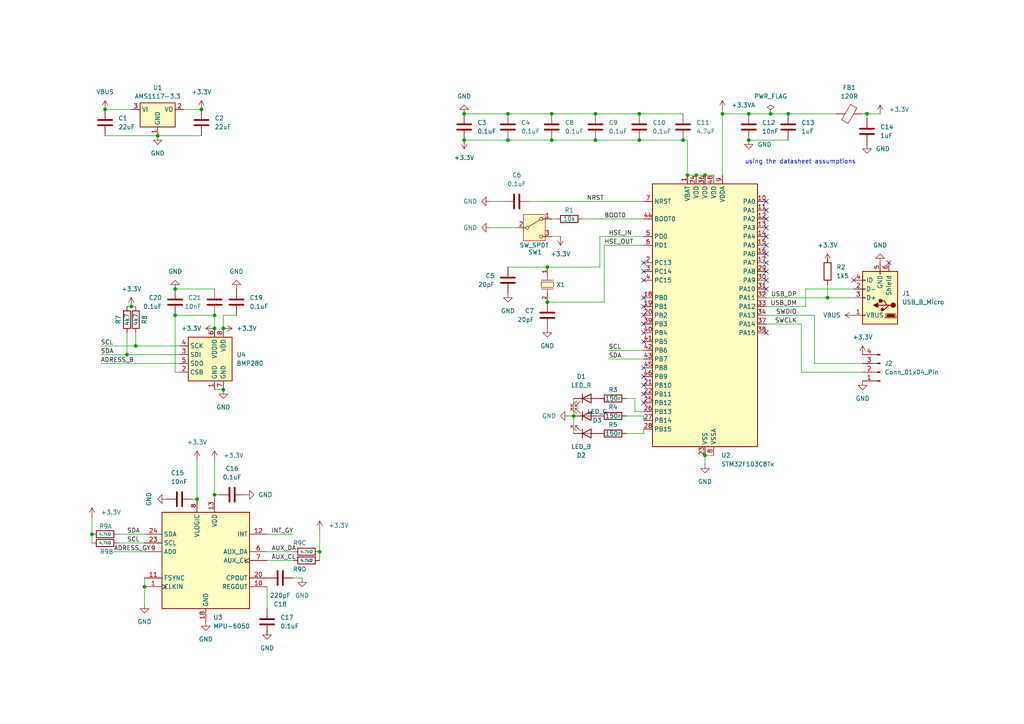
<source format=kicad_sch>
(kicad_sch (version 20250114) (generator "eeschema") (generator_version "9.0")
  (paper "A4")
  (lib_symbols
    (symbol "Connector:Conn_01x04_Pin" (pin_names (offset 1.016) (hide yes))
      (property "Reference" "J" (at 0 5.08 0))
      (property "Value" "Conn_01x04_Pin" (at 0 -7.62 0))
      (symbol "Conn_01x04_Pin_1_1"
        (rectangle (start 0.8636 2.667) (end 0 2.413) (stroke (width 0.1524)) (fill (type outline)))
        (rectangle (start 0.8636 0.127) (end 0 -0.127) (stroke (width 0.1524)) (fill (type outline)))
        (rectangle (start 0.8636 -2.413) (end 0 -2.667) (stroke (width 0.1524)) (fill (type outline)))
        (rectangle (start 0.8636 -4.953) (end 0 -5.207) (stroke (width 0.1524)) (fill (type outline)))
        (polyline (pts (xy 1.27 2.54) (xy 0.8636 2.54)) (stroke (width 0.1524)))
        (polyline (pts (xy 1.27 0) (xy 0.8636 0)) (stroke (width 0.1524)))
        (polyline (pts (xy 1.27 -2.54) (xy 0.8636 -2.54)) (stroke (width 0.1524)))
        (polyline (pts (xy 1.27 -5.08) (xy 0.8636 -5.08)) (stroke (width 0.1524)))
        (pin passive line (at 5.08 2.54 180) (length 3.81) (name "Pin_1") (number "1"))
        (pin passive line (at 5.08 0 180) (length 3.81) (name "Pin_2") (number "2"))
        (pin passive line (at 5.08 -2.54 180) (length 3.81) (name "Pin_3") (number "3"))
        (pin passive line (at 5.08 -5.08 180) (length 3.81) (name "Pin_4") (number "4"))
      )
    )
    (symbol "Connector:USB_B_Micro" (pin_names (offset 1.016))
      (property "Reference" "J" (at -5.08 11.43 0))
      (property "Value" "USB_B_Micro" (at -5.08 8.89 0))
      (symbol "USB_B_Micro_0_1"
        (rectangle (start -5.08 -7.62) (end 5.08 7.62) (stroke (width 0.254)) (fill (type background)))
        (polyline (pts (xy -4.699 5.842) (xy -4.699 5.588) (xy -4.445 4.826) (xy -4.445 4.572) (xy -1.651 4.572) (xy -1.651 4.826) (xy -1.397 5.588) (xy -1.397 5.842) (xy -4.699 5.842)))
        (polyline (pts (xy -4.318 5.588) (xy -1.778 5.588) (xy -2.032 4.826) (xy -4.064 4.826) (xy -4.318 5.588)) (fill (type outline)))
        (circle (center -3.81 2.159) (radius 0.635) (stroke (width 0.254)) (fill (type outline)))
        (polyline (pts (xy -3.175 2.159) (xy -2.54 2.159) (xy -1.27 3.429) (xy -0.635 3.429)) (stroke (width 0.254)))
        (polyline (pts (xy -2.54 2.159) (xy -1.905 2.159) (xy -1.27 0.889) (xy 0 0.889)) (stroke (width 0.254)))
        (polyline (pts (xy -1.905 2.159) (xy 0.635 2.159)) (stroke (width 0.254)))
        (circle (center -0.635 3.429) (radius 0.381) (stroke (width 0.254)) (fill (type outline)))
        (rectangle (start -0.127 -7.62) (end 0.127 -6.858))
        (rectangle (start 0.254 1.27) (end -0.508 0.508) (stroke (width 0.254)) (fill (type outline)))
        (polyline (pts (xy 0.635 2.794) (xy 0.635 1.524) (xy 1.905 2.159) (xy 0.635 2.794)) (stroke (width 0.254)) (fill (type outline)))
        (rectangle (start 5.08 4.953) (end 4.318 5.207))
        (rectangle (start 5.08 -0.127) (end 4.318 0.127))
        (rectangle (start 5.08 -2.667) (end 4.318 -2.413))
        (rectangle (start 5.08 -5.207) (end 4.318 -4.953))
      )
      (symbol "USB_B_Micro_1_1"
        (pin passive line (at -2.54 -10.16 90) (length 2.54) (name "Shield") (number "6"))
        (pin power_out line (at 0 -10.16 90) (length 2.54) (name "GND") (number "5"))
        (pin power_out line (at 7.62 5.08 180) (length 2.54) (name "VBUS") (number "1"))
        (pin bidirectional line (at 7.62 0 180) (length 2.54) (name "D+") (number "3"))
        (pin bidirectional line (at 7.62 -2.54 180) (length 2.54) (name "D-") (number "2"))
        (pin passive line (at 7.62 -5.08 180) (length 2.54) (name "ID") (number "4"))
      )
    )
    (symbol "Device:C" (pin_numbers (hide yes)) (pin_names (offset 0.254))
      (property "Reference" "C" (at 0.635 2.54 0))
      (property "Value" "C" (at 0.635 -2.54 0))
      (symbol "C_0_1"
        (polyline (pts (xy -2.032 0.762) (xy 2.032 0.762)) (stroke (width 0.508)))
        (polyline (pts (xy -2.032 -0.762) (xy 2.032 -0.762)) (stroke (width 0.508)))
      )
      (symbol "C_1_1"
        (pin passive line (at 0 3.81 270) (length 2.794) (name "~") (number "1"))
        (pin passive line (at 0 -3.81 90) (length 2.794) (name "~") (number "2"))
      )
    )
    (symbol "Device:FerriteBead" (pin_numbers (hide yes)) (pin_names (offset 0))
      (property "Reference" "FB" (at -3.81 0.635 90))
      (property "Value" "FerriteBead" (at 3.81 0 90))
      (symbol "FerriteBead_0_1"
        (polyline (pts (xy -2.7686 0.4064) (xy -1.7018 2.2606) (xy 2.7686 -0.3048) (xy 1.6764 -2.159) (xy -2.7686 0.4064)))
        (polyline (pts (xy 0 1.27) (xy 0 1.2954)))
        (polyline (pts (xy 0 -1.27) (xy 0 -1.2192)))
      )
      (symbol "FerriteBead_1_1"
        (pin passive line (at 0 3.81 270) (length 2.54) (name "~") (number "1"))
        (pin passive line (at 0 -3.81 90) (length 2.54) (name "~") (number "2"))
      )
    )
    (symbol "Device:LED" (pin_numbers (hide yes)) (pin_names (offset 1.016) (hide yes))
      (property "Reference" "D" (at 0 2.54 0))
      (property "Value" "LED" (at 0 -2.54 0))
      (symbol "LED_0_1"
        (polyline (pts (xy -3.048 -0.762) (xy -4.572 -2.286) (xy -3.81 -2.286) (xy -4.572 -2.286) (xy -4.572 -1.524)))
        (polyline (pts (xy -1.778 -0.762) (xy -3.302 -2.286) (xy -2.54 -2.286) (xy -3.302 -2.286) (xy -3.302 -1.524)))
        (polyline (pts (xy -1.27 0) (xy 1.27 0)))
        (polyline (pts (xy -1.27 -1.27) (xy -1.27 1.27)) (stroke (width 0.254)))
        (polyline (pts (xy 1.27 -1.27) (xy 1.27 1.27) (xy -1.27 0) (xy 1.27 -1.27)) (stroke (width 0.254)))
      )
      (symbol "LED_1_1"
        (pin passive line (at -3.81 0 0) (length 2.54) (name "K") (number "1"))
        (pin passive line (at 3.81 0 180) (length 2.54) (name "A") (number "2"))
      )
    )
    (symbol "Device:R" (pin_numbers (hide yes)) (pin_names (offset 0))
      (property "Reference" "R" (at 2.032 0 90))
      (property "Value" "R" (at 0 0 90))
      (symbol "R_0_1"
        (rectangle (start -1.016 -2.54) (end 1.016 2.54) (stroke (width 0.254)))
      )
      (symbol "R_1_1"
        (pin passive line (at 0 3.81 270) (length 1.27) (name "~") (number "1"))
        (pin passive line (at 0 -3.81 90) (length 1.27) (name "~") (number "2"))
      )
    )
    (symbol "JLCPCB-Crystals:Crystal, 8MHz, 20pF, ±10ppm"
      (property "Reference" "X" (at 0 3.5 0))
      (symbol "Crystal, 8MHz, 20pF, ±10ppm_0_1"
        (polyline (pts (xy -2.54 0) (xy -1.27 0)))
        (polyline (pts (xy -1.27 -1.778) (xy -1.27 1.778)))
        (polyline (pts (xy 1.27 -1.778) (xy 1.27 1.778)))
        (pin passive line (at -5.08 0 0) (length 2.54) (name "") (number "1"))
        (pin passive line (at 5.08 0 180) (length 2.54) (name "") (number "2"))
      )
      (symbol "Crystal, 8MHz, 20pF, ±10ppm_1_1"
        (polyline (pts (xy 0.762 1.778) (xy 0.762 -1.778) (xy -0.762 -1.778) (xy -0.762 1.778) (xy 0.762 1.778)) (fill (type background)))
        (polyline (pts (xy 2.54 0) (xy 1.27 0)))
      )
    )
    (symbol "JLCPCB-Resistors:0603x4,4.7kΩ" (pin_numbers (hide yes)) (pin_names (offset 0))
      (property "Reference" "R" (at 1.778 0 0))
      (property "Value" "4.7kΩ" (at 0 0 90))
      (symbol "0603x4,4.7kΩ_0_1"
        (rectangle (start -1.016 2.54) (end 1.016 -2.54) (stroke (width 0.254)))
      )
      (symbol "0603x4,4.7kΩ_1_1"
        (pin passive line (at 0 3.81 270) (length 1.27) (name "~") (number "1"))
        (pin passive line (at 0 -3.81 90) (length 1.27) (name "~") (number "8"))
      )
      (symbol "0603x4,4.7kΩ_2_1"
        (pin passive line (at 0 3.81 270) (length 1.27) (name "~") (number "2"))
        (pin passive line (at 0 -3.81 90) (length 1.27) (name "~") (number "7"))
      )
      (symbol "0603x4,4.7kΩ_3_1"
        (pin passive line (at 0 3.81 270) (length 1.27) (name "~") (number "3"))
        (pin passive line (at 0 -3.81 90) (length 1.27) (name "~") (number "6"))
      )
      (symbol "0603x4,4.7kΩ_4_1"
        (pin passive line (at 0 3.81 270) (length 1.27) (name "~") (number "4"))
        (pin passive line (at 0 -3.81 90) (length 1.27) (name "~") (number "5"))
      )
    )
    (symbol "MCU_ST_STM32F1:STM32F103C8Tx"
      (property "Reference" "U" (at -15.24 39.37 0))
      (property "Value" "STM32F103C8Tx" (at 7.62 39.37 0))
      (symbol "STM32F103C8Tx_0_1"
        (rectangle (start -15.24 -38.1) (end 15.24 38.1) (stroke (width 0.254)) (fill (type background)))
      )
      (symbol "STM32F103C8Tx_1_1"
        (pin input line (at -17.78 33.02 0) (length 2.54) (name "NRST") (number "7"))
        (pin input line (at -17.78 27.94 0) (length 2.54) (name "BOOT0") (number "44"))
        (pin bidirectional line (at -17.78 22.86 0) (length 2.54) (name "PD0") (number "5"))
        (pin bidirectional line (at -17.78 20.32 0) (length 2.54) (name "PD1") (number "6"))
        (pin bidirectional line (at -17.78 15.24 0) (length 2.54) (name "PC13") (number "2"))
        (pin bidirectional line (at -17.78 12.7 0) (length 2.54) (name "PC14") (number "3"))
        (pin bidirectional line (at -17.78 10.16 0) (length 2.54) (name "PC15") (number "4"))
        (pin bidirectional line (at -17.78 5.08 0) (length 2.54) (name "PB0") (number "18"))
        (pin bidirectional line (at -17.78 2.54 0) (length 2.54) (name "PB1") (number "19"))
        (pin bidirectional line (at -17.78 0 0) (length 2.54) (name "PB2") (number "20"))
        (pin bidirectional line (at -17.78 -2.54 0) (length 2.54) (name "PB3") (number "39"))
        (pin bidirectional line (at -17.78 -5.08 0) (length 2.54) (name "PB4") (number "40"))
        (pin bidirectional line (at -17.78 -7.62 0) (length 2.54) (name "PB5") (number "41"))
        (pin bidirectional line (at -17.78 -10.16 0) (length 2.54) (name "PB6") (number "42"))
        (pin bidirectional line (at -17.78 -12.7 0) (length 2.54) (name "PB7") (number "43"))
        (pin bidirectional line (at -17.78 -15.24 0) (length 2.54) (name "PB8") (number "45"))
        (pin bidirectional line (at -17.78 -17.78 0) (length 2.54) (name "PB9") (number "46"))
        (pin bidirectional line (at -17.78 -20.32 0) (length 2.54) (name "PB10") (number "21"))
        (pin bidirectional line (at -17.78 -22.86 0) (length 2.54) (name "PB11") (number "22"))
        (pin bidirectional line (at -17.78 -25.4 0) (length 2.54) (name "PB12") (number "25"))
        (pin bidirectional line (at -17.78 -27.94 0) (length 2.54) (name "PB13") (number "26"))
        (pin bidirectional line (at -17.78 -30.48 0) (length 2.54) (name "PB14") (number "27"))
        (pin bidirectional line (at -17.78 -33.02 0) (length 2.54) (name "PB15") (number "28"))
        (pin power_in line (at -5.08 40.64 270) (length 2.54) (name "VBAT") (number "1"))
        (pin power_in line (at -2.54 40.64 270) (length 2.54) (name "VDD") (number "24"))
        (pin power_in line (at 0 40.64 270) (length 2.54) (name "VDD") (number "36"))
        (pin power_in line (at 0 -40.64 90) (length 2.54) (name "VSS") (number "23"))
        (pin passive line (at 0 -40.64 90) (length 2.54) (hide yes) (name "VSS") (number "35"))
        (pin passive line (at 0 -40.64 90) (length 2.54) (hide yes) (name "VSS") (number "47"))
        (pin power_in line (at 2.54 40.64 270) (length 2.54) (name "VDD") (number "48"))
        (pin power_in line (at 2.54 -40.64 90) (length 2.54) (name "VSSA") (number "8"))
        (pin power_in line (at 5.08 40.64 270) (length 2.54) (name "VDDA") (number "9"))
        (pin bidirectional line (at 17.78 33.02 180) (length 2.54) (name "PA0") (number "10"))
        (pin bidirectional line (at 17.78 30.48 180) (length 2.54) (name "PA1") (number "11"))
        (pin bidirectional line (at 17.78 27.94 180) (length 2.54) (name "PA2") (number "12"))
        (pin bidirectional line (at 17.78 25.4 180) (length 2.54) (name "PA3") (number "13"))
        (pin bidirectional line (at 17.78 22.86 180) (length 2.54) (name "PA4") (number "14"))
        (pin bidirectional line (at 17.78 20.32 180) (length 2.54) (name "PA5") (number "15"))
        (pin bidirectional line (at 17.78 17.78 180) (length 2.54) (name "PA6") (number "16"))
        (pin bidirectional line (at 17.78 15.24 180) (length 2.54) (name "PA7") (number "17"))
        (pin bidirectional line (at 17.78 12.7 180) (length 2.54) (name "PA8") (number "29"))
        (pin bidirectional line (at 17.78 10.16 180) (length 2.54) (name "PA9") (number "30"))
        (pin bidirectional line (at 17.78 7.62 180) (length 2.54) (name "PA10") (number "31"))
        (pin bidirectional line (at 17.78 5.08 180) (length 2.54) (name "PA11") (number "32"))
        (pin bidirectional line (at 17.78 2.54 180) (length 2.54) (name "PA12") (number "33"))
        (pin bidirectional line (at 17.78 0 180) (length 2.54) (name "PA13") (number "34"))
        (pin bidirectional line (at 17.78 -2.54 180) (length 2.54) (name "PA14") (number "37"))
        (pin bidirectional line (at 17.78 -5.08 180) (length 2.54) (name "PA15") (number "38"))
      )
    )
    (symbol "Regulator_Linear:AMS1117-3.3"
      (property "Reference" "U" (at -3.81 3.175 0))
      (property "Value" "AMS1117-3.3" (at 0 3.175 0))
      (symbol "AMS1117-3.3_0_1"
        (rectangle (start -5.08 -5.08) (end 5.08 1.905) (stroke (width 0.254)) (fill (type background)))
      )
      (symbol "AMS1117-3.3_1_1"
        (pin power_in line (at -7.62 0 0) (length 2.54) (name "VI") (number "3"))
        (pin power_in line (at 0 -7.62 90) (length 2.54) (name "GND") (number "1"))
        (pin power_out line (at 7.62 0 180) (length 2.54) (name "VO") (number "2"))
      )
    )
    (symbol "Sensor_Motion:MPU-6050"
      (property "Reference" "U" (at -11.43 13.97 0))
      (property "Value" "MPU-6050" (at 7.62 -15.24 0))
      (symbol "MPU-6050_0_0"
        (text "" (at 12.7 -2.54 0) (effects (font (size 1.27 1.27))))
      )
      (symbol "MPU-6050_0_1"
        (rectangle (start -12.7 13.97) (end 12.7 -13.97) (stroke (width 0.254)) (fill (type background)))
      )
      (symbol "MPU-6050_1_1"
        (pin bidirectional line (at -17.78 7.62 0) (length 5.08) (name "SDA") (number "24"))
        (pin input line (at -17.78 5.08 0) (length 5.08) (name "SCL") (number "23"))
        (pin input line (at -17.78 2.54 0) (length 5.08) (name "AD0") (number "9"))
        (pin input line (at -17.78 -5.08 0) (length 5.08) (name "FSYNC") (number "11"))
        (pin input clock (at -17.78 -7.62 0) (length 5.08) (name "CLKIN") (number "1"))
        (pin no_connect line (at -12.7 12.7 0) (length 2.54) (hide yes) (name "NC") (number "2"))
        (pin no_connect line (at -12.7 10.16 0) (length 2.54) (hide yes) (name "NC") (number "3"))
        (pin no_connect line (at -12.7 0 0) (length 2.54) (hide yes) (name "NC") (number "4"))
        (pin no_connect line (at -12.7 -2.54 0) (length 2.54) (hide yes) (name "NC") (number "5"))
        (pin no_connect line (at -12.7 -10.16 0) (length 2.54) (hide yes) (name "NC") (number "14"))
        (pin power_in line (at -2.54 17.78 270) (length 3.81) (name "VLOGIC") (number "8"))
        (pin power_in line (at 0 -17.78 90) (length 3.81) (name "GND") (number "18"))
        (pin power_in line (at 2.54 17.78 270) (length 3.81) (name "VDD") (number "13"))
        (pin no_connect line (at 12.7 12.7 180) (length 2.54) (hide yes) (name "NC") (number "15"))
        (pin no_connect line (at 12.7 10.16 180) (length 2.54) (hide yes) (name "NC") (number "16"))
        (pin no_connect line (at 12.7 5.08 180) (length 2.54) (hide yes) (name "NC") (number "17"))
        (pin no_connect line (at 12.7 -2.54 180) (length 2.54) (hide yes) (name "RESV") (number "21"))
        (pin no_connect line (at 12.7 -10.16 180) (length 2.54) (hide yes) (name "RESV") (number "19"))
        (pin no_connect line (at 12.7 -12.7 180) (length 2.54) (hide yes) (name "RESV") (number "22"))
        (pin output line (at 17.78 7.62 180) (length 5.08) (name "INT") (number "12"))
        (pin bidirectional line (at 17.78 2.54 180) (length 5.08) (name "AUX_DA") (number "6"))
        (pin output clock (at 17.78 0 180) (length 5.08) (name "AUX_CL") (number "7"))
        (pin passive line (at 17.78 -5.08 180) (length 5.08) (name "CPOUT") (number "20"))
        (pin passive line (at 17.78 -7.62 180) (length 5.08) (name "REGOUT") (number "10"))
      )
    )
    (symbol "Sensor_Pressure:BMP280"
      (property "Reference" "U" (at -7.62 10.16 0))
      (property "Value" "BMP280" (at 5.08 10.16 0))
      (symbol "BMP280_0_1"
        (rectangle (start -7.62 -5.08) (end 5.08 7.62) (stroke (width 0.254)) (fill (type background)))
      )
      (symbol "BMP280_1_1"
        (pin input line (at -10.16 5.08 0) (length 2.54) (name "SCK") (number "4"))
        (pin bidirectional line (at -10.16 2.54 0) (length 2.54) (name "SDI") (number "3"))
        (pin bidirectional line (at -10.16 0 0) (length 2.54) (name "SDO") (number "5"))
        (pin input line (at -10.16 -2.54 0) (length 2.54) (name "CSB") (number "2"))
        (pin power_in line (at 0 10.16 270) (length 2.54) (name "VDDIO") (number "6"))
        (pin power_in line (at 0 -7.62 90) (length 2.54) (name "GND") (number "1"))
        (pin power_in line (at 2.54 10.16 270) (length 2.54) (name "VDD") (number "8"))
        (pin power_in line (at 2.54 -7.62 90) (length 2.54) (name "GND") (number "7"))
      )
    )
    (symbol "Switch:SW_SPDT" (pin_names (offset 0) (hide yes))
      (property "Reference" "SW" (at 0 5.08 0))
      (property "Value" "SW_SPDT" (at 0 -5.08 0))
      (symbol "SW_SPDT_0_1"
        (circle (center -2.032 0) (radius 0.4572))
        (polyline (pts (xy -1.651 0.254) (xy 1.651 2.286)))
        (circle (center 2.032 2.54) (radius 0.4572))
        (circle (center 2.032 -2.54) (radius 0.4572))
      )
      (symbol "SW_SPDT_1_1"
        (rectangle (start -3.175 3.81) (end 3.175 -3.81) (fill (type background)))
        (pin passive line (at -5.08 0 0) (length 2.54) (name "B") (number "2"))
        (pin passive line (at 5.08 2.54 180) (length 2.54) (name "A") (number "1"))
        (pin passive line (at 5.08 -2.54 180) (length 2.54) (name "C") (number "3"))
      )
    )
    (symbol "power:+3.3V" (power) (pin_numbers (hide yes)) (pin_names (offset 0) (hide yes))
      (property "Value" "+3.3V" (at 0 3.556 0))
      (symbol "+3.3V_0_1"
        (polyline (pts (xy -0.762 1.27) (xy 0 2.54)))
        (polyline (pts (xy 0 2.54) (xy 0.762 1.27)))
        (polyline (pts (xy 0 0) (xy 0 2.54)))
      )
      (symbol "+3.3V_1_1"
        (pin power_in line (at 0 0 90) (length 0) (name "~") (number "1"))
      )
    )
    (symbol "power:+3.3VA" (power) (pin_numbers (hide yes)) (pin_names (offset 0) (hide yes))
      (property "Value" "+3.3VA" (at 0 3.556 0))
      (symbol "+3.3VA_0_1"
        (polyline (pts (xy -0.762 1.27) (xy 0 2.54)))
        (polyline (pts (xy 0 2.54) (xy 0.762 1.27)))
        (polyline (pts (xy 0 0) (xy 0 2.54)))
      )
      (symbol "+3.3VA_1_1"
        (pin power_in line (at 0 0 90) (length 0) (name "~") (number "1"))
      )
    )
    (symbol "power:GND" (power) (pin_numbers (hide yes)) (pin_names (offset 0) (hide yes))
      (property "Value" "GND" (at 0 -3.81 0))
      (symbol "GND_0_1"
        (polyline (pts (xy 0 0) (xy 0 -1.27) (xy 1.27 -1.27) (xy 0 -2.54) (xy -1.27 -1.27) (xy 0 -1.27)))
      )
      (symbol "GND_1_1"
        (pin power_in line (at 0 0 270) (length 0) (name "~") (number "1"))
      )
    )
    (symbol "power:PWR_FLAG" (power) (pin_numbers (hide yes)) (pin_names (offset 0) (hide yes))
      (property "Value" "PWR_FLAG" (at 0 3.81 0))
      (symbol "PWR_FLAG_0_0"
        (pin power_out line (at 0 0 90) (length 0) (name "~") (number "1"))
      )
      (symbol "PWR_FLAG_0_1"
        (polyline (pts (xy 0 0) (xy 0 1.27) (xy -1.016 1.905) (xy 0 2.54) (xy 1.016 1.905) (xy 0 1.27)))
      )
    )
    (symbol "power:VBUS" (power) (pin_numbers (hide yes)) (pin_names (offset 0) (hide yes))
      (property "Value" "VBUS" (at 0 3.556 0))
      (symbol "VBUS_0_1"
        (polyline (pts (xy -0.762 1.27) (xy 0 2.54)))
        (polyline (pts (xy 0 2.54) (xy 0.762 1.27)))
        (polyline (pts (xy 0 0) (xy 0 2.54)))
      )
      (symbol "VBUS_1_1"
        (pin power_in line (at 0 0 90) (length 0) (name "~") (number "1"))
      )
    )
  )
  (text "using the datasheet assumptions" (at 232.156 46.99 0) (effects (font (size 1.27 1.27))))
  (junction (at 204.47 50.8))
  (junction (at 185.42 40.64))
  (junction (at 160.02 40.64))
  (junction (at 36.83 102.87))
  (junction (at 30.48 31.75))
  (junction (at 185.42 33.02))
  (junction (at 134.62 40.64))
  (junction (at 147.32 33.02))
  (junction (at 172.72 40.64))
  (junction (at 45.72 39.37))
  (junction (at 58.42 31.75))
  (junction (at 62.23 91.44))
  (junction (at 64.77 95.25))
  (junction (at 26.67 154.94))
  (junction (at 228.6 33.02))
  (junction (at 158.75 77.47))
  (junction (at 223.52 33.02))
  (junction (at 166.37 120.65))
  (junction (at 217.17 33.02))
  (junction (at 62.23 143.51))
  (junction (at 240.03 86.36))
  (junction (at 38.1 88.9))
  (junction (at 198.12 40.64))
  (junction (at 251.46 33.02))
  (junction (at 50.8 83.82))
  (junction (at 57.15 144.78))
  (junction (at 217.17 40.64))
  (junction (at 160.02 33.02))
  (junction (at 92.71 160.02))
  (junction (at 158.75 87.63))
  (junction (at 172.72 33.02))
  (junction (at 41.91 170.18))
  (junction (at 147.32 40.64))
  (junction (at 39.37 100.33))
  (junction (at 204.47 132.08))
  (junction (at 199.39 50.8))
  (junction (at 134.62 33.02))
  (junction (at 62.23 95.25))
  (junction (at 64.77 113.03))
  (junction (at 201.93 50.8))
  (junction (at 50.8 91.44))
  (junction (at 209.55 33.02))
  (no_connect (at 186.69 99.06))
  (no_connect (at 186.69 93.98))
  (no_connect (at 247.65 81.28))
  (no_connect (at 186.69 106.68))
  (no_connect (at 222.25 66.04))
  (no_connect (at 186.69 96.52))
  (no_connect (at 222.25 73.66))
  (no_connect (at 186.69 114.3))
  (no_connect (at 186.69 86.36))
  (no_connect (at 222.25 76.2))
  (no_connect (at 222.25 68.58))
  (no_connect (at 186.69 76.2))
  (no_connect (at 222.25 63.5))
  (no_connect (at 186.69 91.44))
  (no_connect (at 222.25 71.12))
  (no_connect (at 222.25 58.42))
  (no_connect (at 222.25 78.74))
  (no_connect (at 186.69 81.28))
  (no_connect (at 186.69 109.22))
  (no_connect (at 257.81 76.2))
  (no_connect (at 186.69 78.74))
  (no_connect (at 186.69 116.84))
  (no_connect (at 222.25 96.52))
  (no_connect (at 222.25 83.82))
  (no_connect (at 222.25 81.28))
  (no_connect (at 186.69 111.76))
  (no_connect (at 222.25 60.96))
  (no_connect (at 186.69 88.9))
  (wire (pts (xy 204.47 50.8) (xy 207.01 50.8)))
  (wire (pts (xy 146.05 58.42) (xy 142.24 58.42)))
  (wire (pts (xy 181.61 120.65) (xy 186.69 120.65)))
  (wire (pts (xy 41.91 170.18) (xy 41.91 175.26)))
  (wire (pts (xy 50.8 91.44) (xy 62.23 91.44)))
  (wire (pts (xy 173.99 68.58) (xy 186.69 68.58)))
  (wire (pts (xy 175.26 71.12) (xy 175.26 87.63)))
  (wire (pts (xy 199.39 50.8) (xy 199.39 40.64)))
  (wire (pts (xy 62.23 144.78) (xy 62.23 143.51)))
  (wire (pts (xy 134.62 40.64) (xy 147.32 40.64)))
  (wire (pts (xy 34.29 154.94) (xy 41.91 154.94)))
  (wire (pts (xy 168.91 63.5) (xy 186.69 63.5)))
  (wire (pts (xy 228.6 33.02) (xy 242.57 33.02)))
  (wire (pts (xy 77.47 176.53) (xy 77.47 170.18)))
  (wire (pts (xy 33.02 160.02) (xy 41.91 160.02)))
  (wire (pts (xy 39.37 100.33) (xy 52.07 100.33)))
  (wire (pts (xy 36.83 96.52) (xy 36.83 102.87)))
  (wire (pts (xy 62.23 113.03) (xy 64.77 113.03)))
  (wire (pts (xy 29.21 102.87) (xy 36.83 102.87)))
  (wire (pts (xy 175.26 71.12) (xy 186.69 71.12)))
  (wire (pts (xy 160.02 40.64) (xy 172.72 40.64)))
  (wire (pts (xy 173.99 77.47) (xy 173.99 68.58)))
  (wire (pts (xy 181.61 125.73) (xy 186.69 125.73)))
  (wire (pts (xy 162.56 68.58) (xy 160.02 68.58)))
  (wire (pts (xy 199.39 50.8) (xy 201.93 50.8)))
  (wire (pts (xy 185.42 33.02) (xy 198.12 33.02)))
  (wire (pts (xy 250.19 33.02) (xy 251.46 33.02)))
  (wire (pts (xy 87.63 167.64) (xy 85.09 167.64)))
  (wire (pts (xy 251.46 33.02) (xy 255.27 33.02)))
  (wire (pts (xy 50.8 83.82) (xy 62.23 83.82)))
  (wire (pts (xy 92.71 160.02) (xy 92.71 162.56)))
  (wire (pts (xy 186.69 120.65) (xy 186.69 121.92)))
  (wire (pts (xy 30.48 39.37) (xy 45.72 39.37)))
  (wire (pts (xy 247.65 83.82) (xy 233.68 83.82)))
  (wire (pts (xy 26.67 149.86) (xy 26.67 154.94)))
  (wire (pts (xy 176.53 101.6) (xy 186.69 101.6)))
  (wire (pts (xy 184.15 115.57) (xy 184.15 119.38)))
  (wire (pts (xy 38.1 88.9) (xy 39.37 88.9)))
  (wire (pts (xy 142.24 66.04) (xy 149.86 66.04)))
  (wire (pts (xy 57.15 133.35) (xy 57.15 144.78)))
  (wire (pts (xy 64.77 91.44) (xy 68.58 91.44)))
  (wire (pts (xy 165.1 120.65) (xy 166.37 120.65)))
  (wire (pts (xy 52.07 107.95) (xy 50.8 107.95)))
  (wire (pts (xy 166.37 120.65) (xy 166.37 125.73)))
  (wire (pts (xy 34.29 157.48) (xy 41.91 157.48)))
  (wire (pts (xy 36.83 88.9) (xy 38.1 88.9)))
  (wire (pts (xy 172.72 33.02) (xy 185.42 33.02)))
  (wire (pts (xy 153.67 58.42) (xy 186.69 58.42)))
  (wire (pts (xy 77.47 184.15) (xy 77.47 182.88)))
  (wire (pts (xy 175.26 87.63) (xy 158.75 87.63)))
  (wire (pts (xy 217.17 40.64) (xy 228.6 40.64)))
  (wire (pts (xy 50.8 91.44) (xy 50.8 107.95)))
  (wire (pts (xy 172.72 40.64) (xy 185.42 40.64)))
  (wire (pts (xy 199.39 40.64) (xy 198.12 40.64)))
  (wire (pts (xy 251.46 34.29) (xy 251.46 33.02)))
  (wire (pts (xy 222.25 91.44) (xy 236.22 91.44)))
  (wire (pts (xy 209.55 31.75) (xy 209.55 33.02)))
  (wire (pts (xy 26.67 154.94) (xy 26.67 157.48)))
  (wire (pts (xy 209.55 33.02) (xy 217.17 33.02)))
  (wire (pts (xy 232.41 107.95) (xy 232.41 93.98)))
  (wire (pts (xy 222.25 88.9) (xy 233.68 88.9)))
  (wire (pts (xy 64.77 95.25) (xy 64.77 91.44)))
  (wire (pts (xy 45.72 39.37) (xy 58.42 39.37)))
  (wire (pts (xy 147.32 40.64) (xy 160.02 40.64)))
  (wire (pts (xy 217.17 33.02) (xy 223.52 33.02)))
  (wire (pts (xy 134.62 33.02) (xy 147.32 33.02)))
  (wire (pts (xy 166.37 115.57) (xy 166.37 120.65)))
  (wire (pts (xy 176.53 104.14) (xy 186.69 104.14)))
  (wire (pts (xy 62.23 91.44) (xy 62.23 95.25)))
  (wire (pts (xy 147.32 77.47) (xy 158.75 77.47)))
  (wire (pts (xy 250.19 105.41) (xy 236.22 105.41)))
  (wire (pts (xy 147.32 33.02) (xy 160.02 33.02)))
  (wire (pts (xy 160.02 33.02) (xy 172.72 33.02)))
  (wire (pts (xy 250.19 107.95) (xy 232.41 107.95)))
  (wire (pts (xy 240.03 74.93) (xy 240.03 76.2)))
  (wire (pts (xy 222.25 93.98) (xy 232.41 93.98)))
  (wire (pts (xy 62.23 143.51) (xy 62.23 133.35)))
  (wire (pts (xy 29.21 100.33) (xy 39.37 100.33)))
  (wire (pts (xy 41.91 167.64) (xy 41.91 170.18)))
  (wire (pts (xy 63.5 143.51) (xy 62.23 143.51)))
  (wire (pts (xy 39.37 96.52) (xy 39.37 100.33)))
  (wire (pts (xy 184.15 119.38) (xy 186.69 119.38)))
  (wire (pts (xy 29.21 105.41) (xy 52.07 105.41)))
  (wire (pts (xy 55.88 144.78) (xy 57.15 144.78)))
  (wire (pts (xy 181.61 115.57) (xy 184.15 115.57)))
  (wire (pts (xy 204.47 134.62) (xy 204.47 132.08)))
  (wire (pts (xy 85.09 160.02) (xy 77.47 160.02)))
  (wire (pts (xy 236.22 105.41) (xy 236.22 91.44)))
  (wire (pts (xy 85.09 154.94) (xy 77.47 154.94)))
  (wire (pts (xy 186.69 125.73) (xy 186.69 124.46)))
  (wire (pts (xy 160.02 63.5) (xy 161.29 63.5)))
  (wire (pts (xy 240.03 82.55) (xy 240.03 86.36)))
  (wire (pts (xy 58.42 31.75) (xy 53.34 31.75)))
  (wire (pts (xy 201.93 50.8) (xy 204.47 50.8)))
  (wire (pts (xy 233.68 83.82) (xy 233.68 88.9)))
  (wire (pts (xy 158.75 77.47) (xy 173.99 77.47)))
  (wire (pts (xy 209.55 33.02) (xy 209.55 50.8)))
  (wire (pts (xy 30.48 31.75) (xy 38.1 31.75)))
  (wire (pts (xy 85.09 162.56) (xy 77.47 162.56)))
  (wire (pts (xy 240.03 86.36) (xy 247.65 86.36)))
  (wire (pts (xy 92.71 153.67) (xy 92.71 160.02)))
  (wire (pts (xy 36.83 102.87) (xy 52.07 102.87)))
  (wire (pts (xy 204.47 132.08) (xy 207.01 132.08)))
  (wire (pts (xy 222.25 86.36) (xy 240.03 86.36)))
  (wire (pts (xy 223.52 33.02) (xy 228.6 33.02)))
  (wire (pts (xy 185.42 40.64) (xy 198.12 40.64)))
  (label "AUX_DA" (at 78.74 160.02 0))
  (label "SDA " (at 176.53 104.14 0))
  (label "NRST" (at 170.18 58.42 0))
  (label "USB_DM" (at 231.14 88.9 180))
  (label "INT_GY" (at 85.09 154.94 180))
  (label "SDA " (at 29.21 102.87 0))
  (label "SCL " (at 176.53 101.6 0))
  (label "ADRESS_B" (at 29.21 105.41 0))
  (label "SDA " (at 36.83 154.94 0))
  (label "BOOT0" (at 175.26 63.5 0))
  (label "USB_DP" (at 231.14 86.36 180))
  (label "SWCLK" (at 231.14 93.98 180))
  (label "HSE_OUT" (at 175.26 71.12 0))
  (label "SCL " (at 29.21 100.33 0))
  (label "ADRESS_GY" (at 33.02 160.02 0))
  (label "HSE_IN" (at 176.53 68.58 0))
  (label "AUX_CL" (at 78.74 162.56 0))
  (label "SCL " (at 36.83 157.48 0))
  (label "SWDIO" (at 231.14 91.44 180))
  (symbol (lib_id "power:GND") (at 45.72 39.37 0) (unit 1)
    (property "Reference" "#PWR02" (effects (hide yes)))
    (property "Value" "GND" (at 45.72 44.45 0))
    (property "Description" "Power symbol creates a global label with name \"GND\" , ground" (effects (hide yes)))
  )
  (symbol (lib_id "power:+3.3V") (at 62.23 95.25 90) (unit 1)
    (property "Reference" "#PWR035" (effects (hide yes)))
    (property "Value" "+3.3V" (at 58.42 95.2499 90) (effects (justify left)))
    (property "Description" "Power symbol creates a global label with name \"+3.3V\"" (effects (hide yes)))
  )
  (symbol (lib_id "Device:LED") (at 170.18 120.65 0) (mirror x) (unit 1)
    (property "Reference" "D3" (at 173.228 121.92 0))
    (property "Value" "LED_G" (at 173.228 119.38 0))
    (property "Description" "Light emitting diode" (effects (hide yes)))
    (property "Sim.Pins" "1=K 2=A" (effects (hide yes)))
  )
  (symbol (lib_id "power:+3.3V") (at 38.1 88.9 0) (unit 1)
    (property "Reference" "#PWR033" (effects (hide yes)))
    (property "Value" "+3.3V" (at 38.1 83.82 0))
    (property "Description" "Power symbol creates a global label with name \"+3.3V\"" (effects (hide yes)))
  )
  (symbol (lib_id "MCU_ST_STM32F1:STM32F103C8Tx") (at 204.47 91.44 0) (unit 1)
    (property "Reference" "U2" (at 209.1533 132.08 0) (effects (justify left)))
    (property "Value" "STM32F103C8Tx" (at 209.1533 134.62 0) (effects (justify left)))
    (property "Footprint" "Package_QFP:LQFP-48_7x7mm_P0.5mm" (effects (hide yes)))
    (property "Datasheet" "https://www.st.com/resource/en/datasheet/stm32f103c8.pdf" (effects (hide yes)))
    (property "Description" "STMicroelectronics Arm Cortex-M3 MCU, 64KB flash, 20KB RAM, 72 MHz, 2.0-3.6V, 37 GPIO, LQFP48" (effects (hide yes)))
  )
  (symbol (lib_id "Device:C") (at 77.47 180.34 180) (unit 1)
    (property "Reference" "C17" (at 81.28 179.0699 0) (effects (justify right)))
    (property "Value" "0.1uF" (at 81.28 181.6099 0) (effects (justify right)))
    (property "Description" "Unpolarized capacitor" (effects (hide yes)))
  )
  (symbol (lib_id "power:GND") (at 59.69 180.34 0) (unit 1)
    (property "Reference" "#PWR021" (effects (hide yes)))
    (property "Value" "GND" (at 59.69 185.42 0))
    (property "Description" "Power symbol creates a global label with name \"GND\" , ground" (effects (hide yes)))
  )
  (symbol (lib_id "power:GND") (at 147.32 85.09 0) (unit 1)
    (property "Reference" "#PWR08" (effects (hide yes)))
    (property "Value" "GND" (at 147.32 90.17 0))
    (property "Description" "Power symbol creates a global label with name \"GND\" , ground" (effects (hide yes)))
  )
  (symbol (lib_id "Sensor_Motion:MPU-6050") (at 59.69 162.56 0) (unit 1)
    (property "Reference" "U3" (at 61.8333 179.07 0) (effects (justify left)))
    (property "Value" "MPU-6050" (at 61.8333 181.61 0) (effects (justify left)))
    (property "Footprint" "Sensor_Motion:InvenSense_QFN-24_4x4mm_P0.5mm" (effects (hide yes)))
    (property "Datasheet" "https://invensense.tdk.com/wp-content/uploads/2015/02/MPU-6000-Datasheet1.pdf" (effects (hide yes)))
    (property "Description" "InvenSense 6-Axis Motion Sensor, Gyroscope, Accelerometer, I2C" (effects (hide yes)))
  )
  (symbol (lib_id "Device:LED") (at 170.18 115.57 0) (unit 1)
    (property "Reference" "D1" (at 168.5925 109.22 0))
    (property "Value" "LED_R" (at 168.5925 111.76 0))
    (property "Description" "Light emitting diode" (effects (hide yes)))
    (property "Sim.Pins" "1=K 2=A" (effects (hide yes)))
  )
  (symbol (lib_id "power:GND") (at 255.27 76.2 180) (unit 1)
    (property "Reference" "#PWR019" (effects (hide yes)))
    (property "Value" "GND" (at 255.27 71.12 0))
    (property "Description" "Power symbol creates a global label with name \"GND\" , ground" (effects (hide yes)))
  )
  (symbol (lib_id "Device:C") (at 67.31 143.51 270) (unit 1)
    (property "Reference" "C16" (at 67.31 135.89 90))
    (property "Value" "0.1uF" (at 67.31 138.43 90))
    (property "Description" "Unpolarized capacitor" (effects (hide yes)))
  )
  (symbol (lib_id "Device:C") (at 30.48 35.56 180) (unit 1)
    (property "Reference" "C1" (at 34.29 34.2899 0) (effects (justify right)))
    (property "Value" "22uF" (at 34.29 36.8299 0) (effects (justify right)))
    (property "Description" "Unpolarized capacitor" (effects (hide yes)))
  )
  (symbol (lib_id "Device:C") (at 172.72 36.83 180) (unit 1)
    (property "Reference" "C9" (at 176.53 35.5599 0) (effects (justify right)))
    (property "Value" "0.1uF" (at 176.53 38.0999 0) (effects (justify right)))
    (property "Description" "Unpolarized capacitor" (effects (hide yes)))
  )
  (symbol (lib_id "power:GND") (at 251.46 41.91 0) (unit 1)
    (property "Reference" "#PWR013" (effects (hide yes)))
    (property "Value" "GND" (at 254 43.1799 0) (effects (justify left)))
    (property "Description" "Power symbol creates a global label with name \"GND\" , ground" (effects (hide yes)))
  )
  (symbol (lib_id "power:GND") (at 64.77 113.03 0) (unit 1)
    (property "Reference" "#PWR030" (effects (hide yes)))
    (property "Value" "GND" (at 64.77 118.11 0))
    (property "Description" "Power symbol creates a global label with name \"GND\" , ground" (effects (hide yes)))
  )
  (symbol (lib_id "Device:C") (at 68.58 87.63 0) (unit 1)
    (property "Reference" "C19" (at 72.39 86.3599 0) (effects (justify left)))
    (property "Value" "0.1uF" (at 72.39 88.8999 0) (effects (justify left)))
    (property "Description" "Unpolarized capacitor" (effects (hide yes)))
  )
  (symbol (lib_id "Device:R") (at 39.37 92.71 180) (unit 1)
    (property "Reference" "R8" (at 41.91 92.71 90))
    (property "Value" "4k7" (at 39.37 92.71 90))
    (property "Description" "Resistor" (effects (hide yes)))
  )
  (symbol (lib_id "Device:R") (at 240.03 78.74 0) (unit 1)
    (property "Reference" "R2" (at 242.57 77.4699 0) (effects (justify left)))
    (property "Value" "1k5" (at 242.57 80.0099 0) (effects (justify left)))
    (property "Description" "Resistor" (effects (hide yes)))
  )
  (symbol (lib_id "power:GND") (at 41.91 175.26 0) (unit 1)
    (property "Reference" "#PWR024" (effects (hide yes)))
    (property "Value" "GND" (at 41.91 180.34 0))
    (property "Description" "Power symbol creates a global label with name \"GND\" , ground" (effects (hide yes)))
  )
  (symbol (lib_id "power:GND") (at 77.47 182.88 0) (unit 1)
    (property "Reference" "#PWR028" (effects (hide yes)))
    (property "Value" "GND" (at 77.47 187.96 0))
    (property "Description" "Power symbol creates a global label with name \"GND\" , ground" (effects (hide yes)))
  )
  (symbol (lib_id "Device:C") (at 185.42 36.83 180) (unit 1)
    (property "Reference" "C10" (at 189.23 35.5599 0) (effects (justify right)))
    (property "Value" "0.1uF" (at 189.23 38.0999 0) (effects (justify right)))
    (property "Description" "Unpolarized capacitor" (effects (hide yes)))
  )
  (symbol (lib_id "power:GND") (at 134.62 33.02 180) (unit 1)
    (property "Reference" "#PWR04" (effects (hide yes)))
    (property "Value" "GND" (at 134.62 27.94 0))
    (property "Description" "Power symbol creates a global label with name \"GND\" , ground" (effects (hide yes)))
  )
  (symbol (lib_id "Device:R") (at 177.8 120.65 270) (unit 1)
    (property "Reference" "R4" (at 177.8 118.11 90))
    (property "Value" "150r" (at 177.8 120.65 90))
    (property "Description" "Resistor" (effects (hide yes)))
  )
  (symbol (lib_id "power:+3.3VA") (at 209.55 31.75 0) (unit 1)
    (property "Reference" "#PWR012" (effects (hide yes)))
    (property "Value" "+3.3VA" (at 212.09 30.4799 0) (effects (justify left)))
    (property "Description" "Power symbol creates a global label with name \"+3.3VA\"" (effects (hide yes)))
  )
  (symbol (lib_id "Device:C") (at 251.46 38.1 180) (unit 1)
    (property "Reference" "C14" (at 255.27 36.8299 0) (effects (justify right)))
    (property "Value" "1uF" (at 255.27 39.3699 0) (effects (justify right)))
    (property "Description" "Unpolarized capacitor" (effects (hide yes)))
  )
  (symbol (lib_id "Device:C") (at 50.8 87.63 0) (mirror y) (unit 1)
    (property "Reference" "C20" (at 46.99 86.3599 0) (effects (justify left)))
    (property "Value" "0.1uF" (at 46.99 88.8999 0) (effects (justify left)))
    (property "Description" "Unpolarized capacitor" (effects (hide yes)))
  )
  (symbol (lib_id "power:GND") (at 250.19 110.49 0) (unit 1)
    (property "Reference" "#PWR017" (effects (hide yes)))
    (property "Value" "GND" (at 250.19 115.57 0))
    (property "Description" "Power symbol creates a global label with name \"GND\" , ground" (effects (hide yes)))
  )
  (symbol (lib_id "Connector:Conn_01x04_Pin") (at 255.27 107.95 180) (unit 1)
    (property "Reference" "J2" (at 256.54 105.4099 0) (effects (justify right)))
    (property "Value" "Conn_01x04_Pin" (at 256.54 107.9499 0) (effects (justify right)))
    (property "Description" "Generic connector, single row, 01x04, script generated" (effects (hide yes)))
  )
  (symbol (lib_id "Device:C") (at 62.23 87.63 0) (mirror y) (unit 1)
    (property "Reference" "C21" (at 58.42 86.3599 0) (effects (justify left)))
    (property "Value" "10nF" (at 58.42 88.8999 0) (effects (justify left)))
    (property "Description" "Unpolarized capacitor" (effects (hide yes)))
  )
  (symbol (lib_id "power:GND") (at 68.58 83.82 180) (unit 1)
    (property "Reference" "#PWR032" (effects (hide yes)))
    (property "Value" "GND" (at 68.58 78.74 0))
    (property "Description" "Power symbol creates a global label with name \"GND\" , ground" (effects (hide yes)))
  )
  (symbol (lib_id "power:+3.3V") (at 92.71 153.67 0) (unit 1)
    (property "Reference" "#PWR027" (effects (hide yes)))
    (property "Value" "+3.3V" (at 95.25 152.3999 0) (effects (justify left)))
    (property "Description" "Power symbol creates a global label with name \"+3.3V\"" (effects (hide yes)))
  )
  (symbol (lib_id "Device:C") (at 134.62 36.83 180) (unit 1)
    (property "Reference" "C3" (at 138.43 35.5599 0) (effects (justify right)))
    (property "Value" "0.1uF" (at 138.43 38.0999 0) (effects (justify right)))
    (property "Description" "Unpolarized capacitor" (effects (hide yes)))
  )
  (symbol (lib_id "Switch:SW_SPDT") (at 154.94 66.04 0) (unit 1)
    (property "Reference" "SW1" (at 155.194 73.152 0))
    (property "Value" "SW_SPDT" (at 154.94 71.12 0))
    (property "Description" "Switch, single pole double throw" (effects (hide yes)))
  )
  (symbol (lib_id "Sensor_Pressure:BMP280") (at 62.23 105.41 0) (unit 1)
    (property "Reference" "U4" (at 68.58 102.8699 0) (effects (justify left)))
    (property "Value" "BMP280" (at 68.58 105.4099 0) (effects (justify left)))
    (property "Footprint" "Package_LGA:Bosch_LGA-8_2x2.5mm_P0.65mm_ClockwisePinNumbering" (effects (hide yes)))
    (property "Datasheet" "https://ae-bst.resource.bosch.com/media/_tech/media/datasheets/BST-BMP280-DS001.pdf" (effects (hide yes)))
    (property "Description" "Absolute Barometric Pressure Sensor, LGA-8" (effects (hide yes)))
  )
  (symbol (lib_id "power:+3.3V") (at 162.56 68.58 180) (unit 1)
    (property "Reference" "#PWR010" (effects (hide yes)))
    (property "Value" "+3.3V" (at 162.56 73.66 0))
    (property "Description" "Power symbol creates a global label with name \"+3.3V\"" (effects (hide yes)))
  )
  (symbol (lib_id "power:+3.3V") (at 57.15 133.35 0) (unit 1)
    (property "Reference" "#PWR036" (effects (hide yes)))
    (property "Value" "+3.3V" (at 57.15 128.27 0))
    (property "Description" "Power symbol creates a global label with name \"+3.3V\"" (effects (hide yes)))
  )
  (symbol (lib_id "power:GND") (at 204.47 134.62 0) (unit 1)
    (property "Reference" "#PWR011" (effects (hide yes)))
    (property "Value" "GND" (at 204.47 139.7 0))
    (property "Description" "Power symbol creates a global label with name \"GND\" , ground" (effects (hide yes)))
  )
  (symbol (lib_id "power:+3.3V") (at 64.77 95.25 270) (unit 1)
    (property "Reference" "#PWR034" (effects (hide yes)))
    (property "Value" "+3.3V" (at 68.58 95.2499 90) (effects (justify left)))
    (property "Description" "Power symbol creates a global label with name \"+3.3V\"" (effects (hide yes)))
  )
  (symbol (lib_id "power:+3.3V") (at 58.42 31.75 0) (unit 1)
    (property "Reference" "#PWR03" (effects (hide yes)))
    (property "Value" "+3.3V" (at 58.42 26.67 0))
    (property "Description" "Power symbol creates a global label with name \"+3.3V\"" (effects (hide yes)))
  )
  (symbol (lib_id "power:+3.3V") (at 240.03 76.2 0) (unit 1)
    (property "Reference" "#PWR014" (effects (hide yes)))
    (property "Value" "+3.3V" (at 240.03 71.12 0))
    (property "Description" "Power symbol creates a global label with name \"+3.3V\"" (effects (hide yes)))
  )
  (symbol (lib_id "power:GND") (at 48.26 144.78 270) (unit 1)
    (property "Reference" "#PWR022" (effects (hide yes)))
    (property "Value" "GND" (at 43.18 144.78 0))
    (property "Description" "Power symbol creates a global label with name \"GND\" , ground" (effects (hide yes)))
  )
  (symbol (lib_id "Device:FerriteBead") (at 246.38 33.02 90) (unit 1)
    (property "Reference" "FB1" (at 246.3292 25.4 90))
    (property "Value" "120R" (at 246.3292 27.94 90))
    (property "Description" "Ferrite bead" (effects (hide yes)))
  )
  (symbol (lib_id "Device:C") (at 160.02 36.83 180) (unit 1)
    (property "Reference" "C8" (at 163.83 35.5599 0) (effects (justify right)))
    (property "Value" "0.1uF" (at 163.83 38.0999 0) (effects (justify right)))
    (property "Description" "Unpolarized capacitor" (effects (hide yes)))
  )
  (symbol (lib_id "JLCPCB-Resistors:0603x4,4.7kΩ") (at 88.9 160.02 90) (unit 3)
    (property "Reference" "R9" (at 88.8999 157.48 90) (effects (justify left)))
    (property "Value" "4.7kΩ" (at 88.9 160.02 90) (effects (font (size 0.8 0.8))))
    (property "Footprint" "PCM_JLCPCB:R_0603x4" (effects (hide yes)))
    (property "Datasheet" "https://www.lcsc.com/datasheet/lcsc_datasheet_2304140030_UNI-ROYAL-Uniroyal-Elec-4D03WGJ0472T5E_C1980.pdf" (effects (hide yes)))
    (property "Description" "4 ±5% 4.7kΩ 62.5mW ±200ppm/°C 0603x4 Resistor Networks, Arrays ROHS" (effects (hide yes)))
    (property "LCSC" "C1980" (effects (hide yes)))
    (property "Stock" "571230" (effects (hide yes)))
    (property "Price" "0.019USD" (effects (hide yes)))
    (property "Process" "SMT" (effects (hide yes)))
    (property "Minimum Qty" "1" (effects (hide yes)))
    (property "Attrition Qty" "2" (effects (hide yes)))
    (property "Class" "Basic Component" (effects (hide yes)))
    (property "Category" "Resistors,Resistor Networks & Arrays" (effects (hide yes)))
    (property "Manufacturer" "UNI-ROYAL(Uniroyal Elec)" (effects (hide yes)))
    (property "Part" "4D03WGJ0472T5E" (effects (hide yes)))
    (property "Resistance" "4.7kΩ" (effects (hide yes)))
    (property "Power(Watts)" "62.5mW" (effects (hide yes)))
    (property "Number of Resistors" "4" (effects (hide yes)))
    (property "Number of Pins" "8" (effects (hide yes)))
    (property "Tolerance" "±5%" (effects (hide yes)))
    (property "Temperature Coefficient" "±200ppm/°C" (effects (hide yes)))
  )
  (symbol (lib_id "power:GND") (at 158.75 95.25 0) (unit 1)
    (property "Reference" "#PWR09" (effects (hide yes)))
    (property "Value" "GND" (at 158.75 100.33 0))
    (property "Description" "Power symbol creates a global label with name \"GND\" , ground" (effects (hide yes)))
  )
  (symbol (lib_id "Device:C") (at 147.32 36.83 180) (unit 1)
    (property "Reference" "C4" (at 151.13 35.5599 0) (effects (justify right)))
    (property "Value" "0.1uF" (at 151.13 38.0999 0) (effects (justify right)))
    (property "Description" "Unpolarized capacitor" (effects (hide yes)))
  )
  (symbol (lib_id "Device:LED") (at 170.18 125.73 0) (mirror x) (unit 1)
    (property "Reference" "D2" (at 168.5925 132.08 0))
    (property "Value" "LED_B" (at 168.5925 129.54 0))
    (property "Description" "Light emitting diode" (effects (hide yes)))
    (property "Sim.Pins" "1=K 2=A" (effects (hide yes)))
  )
  (symbol (lib_id "power:GND") (at 50.8 83.82 180) (unit 1)
    (property "Reference" "#PWR031" (effects (hide yes)))
    (property "Value" "GND" (at 50.8 78.74 0))
    (property "Description" "Power symbol creates a global label with name \"GND\" , ground" (effects (hide yes)))
  )
  (symbol (lib_id "Device:C") (at 52.07 144.78 270) (unit 1)
    (property "Reference" "C15" (at 49.53 137.1599 90) (effects (justify left)))
    (property "Value" "10nF" (at 49.53 139.6999 90) (effects (justify left)))
    (property "Description" "Unpolarized capacitor" (effects (hide yes)))
  )
  (symbol (lib_id "Device:C") (at 158.75 91.44 0) (mirror x) (unit 1)
    (property "Reference" "C7" (at 154.94 90.1699 0) (effects (justify right)))
    (property "Value" "20pF" (at 154.94 92.7099 0) (effects (justify right)))
    (property "Description" "Unpolarized capacitor" (effects (hide yes)))
  )
  (symbol (lib_id "Device:C") (at 58.42 35.56 180) (unit 1)
    (property "Reference" "C2" (at 62.23 34.2899 0) (effects (justify right)))
    (property "Value" "22uF" (at 62.23 36.8299 0) (effects (justify right)))
    (property "Description" "Unpolarized capacitor" (effects (hide yes)))
  )
  (symbol (lib_id "Regulator_Linear:AMS1117-3.3") (at 45.72 31.75 0) (unit 1)
    (property "Reference" "U1" (at 45.72 25.4 0))
    (property "Value" "AMS1117-3.3" (at 45.72 27.94 0))
    (property "Footprint" "Package_TO_SOT_SMD:SOT-223-3_TabPin2" (effects (hide yes)))
    (property "Datasheet" "http://www.advanced-monolithic.com/pdf/ds1117.pdf" (effects (hide yes)))
    (property "Description" "1A Low Dropout regulator, positive, 3.3V fixed output, SOT-223" (effects (hide yes)))
  )
  (symbol (lib_id "power:GND") (at 87.63 167.64 0) (unit 1)
    (property "Reference" "#PWR029" (effects (hide yes)))
    (property "Value" "GND" (at 87.63 172.72 0))
    (property "Description" "Power symbol creates a global label with name \"GND\" , ground" (effects (hide yes)))
  )
  (symbol (lib_id "JLCPCB-Crystals:Crystal, 8MHz, 20pF, ±10ppm") (at 158.75 82.55 270) (unit 1)
    (property "Reference" "X1" (at 161.29 82.5499 90) (effects (justify left)))
    (property "Value" "X50328MSB2GI" (effects (hide yes)))
    (property "Footprint" "Crystal:Crystal_SMD_5032-2Pin_5.0x3.2mm" (effects (hide yes)))
    (property "Datasheet" "https://www.lcsc.com/datasheet/lcsc_datasheet_2403291504_YXC-Crystal-Oscillators-X50328MSB2GI_C115962.pdf" (effects (hide yes)))
    (property "Description" "8MHz Surface Mount Crystal 20pF ±10ppm ±20ppm SMD5032 Crystals ROHS" (effects (hide yes)))
    (property "LCSC" "C115962" (effects (hide yes)))
    (property "Stock" "405031" (effects (hide yes)))
    (property "Price" "0.190USD" (effects (hide yes)))
    (property "Process" "SMT" (effects (hide yes)))
    (property "Minimum Qty" "5" (effects (hide yes)))
    (property "Attrition Qty" "0" (effects (hide yes)))
    (property "Class" "Basic Component" (effects (hide yes)))
    (property "Category" "Crystals/Oscillators/Resonators,Crystals" (effects (hide yes)))
    (property "Manufacturer" "Yangxing Tech" (effects (hide yes)))
    (property "Part" "X50328MSB2GI" (effects (hide yes)))
    (property "Frequency" "8MHz" (effects (hide yes)))
    (property "Frequency Stability" "±20ppm" (effects (hide yes)))
    (property "Operating Temperature" "-40°C~+85°C" (effects (hide yes)))
    (property "Frequency Tolerance" "±10ppm" (effects (hide yes)))
    (property "Crystal Type" "SMD Crystal Resonator" (effects (hide yes)))
    (property "Load Capacitance" "20pF" (effects (hide yes)))
    (property "Normal Temperature Frequency Tolerance" "±10ppm" (effects (hide yes)))
    (property "Type" "Surface Mount Crystal" (effects (hide yes)))
  )
  (symbol (lib_id "power:+3.3V") (at 255.27 33.02 0) (unit 1)
    (property "Reference" "#PWR018" (effects (hide yes)))
    (property "Value" "+3.3V" (at 257.81 31.7499 0) (effects (justify left)))
    (property "Description" "Power symbol creates a global label with name \"+3.3V\"" (effects (hide yes)))
  )
  (symbol (lib_id "Device:R") (at 177.8 125.73 270) (unit 1)
    (property "Reference" "R5" (at 177.8 123.19 90))
    (property "Value" "150r" (at 177.8 125.73 90))
    (property "Description" "Resistor" (effects (hide yes)))
  )
  (symbol (lib_id "JLCPCB-Resistors:0603x4,4.7kΩ") (at 30.48 157.48 270) (unit 2)
    (property "Reference" "R9" (at 28.956 160.02 90) (effects (justify left)))
    (property "Value" "4.7kΩ" (at 30.48 157.48 90) (effects (font (size 0.8 0.8))))
    (property "Footprint" "PCM_JLCPCB:R_0603x4" (effects (hide yes)))
    (property "Datasheet" "https://www.lcsc.com/datasheet/lcsc_datasheet_2304140030_UNI-ROYAL-Uniroyal-Elec-4D03WGJ0472T5E_C1980.pdf" (effects (hide yes)))
    (property "Description" "4 ±5% 4.7kΩ 62.5mW ±200ppm/°C 0603x4 Resistor Networks, Arrays ROHS" (effects (hide yes)))
    (property "LCSC" "C1980" (effects (hide yes)))
    (property "Stock" "571230" (effects (hide yes)))
    (property "Price" "0.019USD" (effects (hide yes)))
    (property "Process" "SMT" (effects (hide yes)))
    (property "Minimum Qty" "1" (effects (hide yes)))
    (property "Attrition Qty" "2" (effects (hide yes)))
    (property "Class" "Basic Component" (effects (hide yes)))
    (property "Category" "Resistors,Resistor Networks & Arrays" (effects (hide yes)))
    (property "Manufacturer" "UNI-ROYAL(Uniroyal Elec)" (effects (hide yes)))
    (property "Part" "4D03WGJ0472T5E" (effects (hide yes)))
    (property "Resistance" "4.7kΩ" (effects (hide yes)))
    (property "Power(Watts)" "62.5mW" (effects (hide yes)))
    (property "Number of Resistors" "4" (effects (hide yes)))
    (property "Number of Pins" "8" (effects (hide yes)))
    (property "Tolerance" "±5%" (effects (hide yes)))
    (property "Temperature Coefficient" "±200ppm/°C" (effects (hide yes)))
  )
  (symbol (lib_id "Device:C") (at 217.17 36.83 180) (unit 1)
    (property "Reference" "C12" (at 220.98 35.5599 0) (effects (justify right)))
    (property "Value" "10nF" (at 220.98 38.0999 0) (effects (justify right)))
    (property "Description" "Unpolarized capacitor" (effects (hide yes)))
  )
  (symbol (lib_id "power:PWR_FLAG") (at 223.52 33.02 0) (unit 1)
    (property "Reference" "#FLG01" (effects (hide yes)))
    (property "Value" "PWR_FLAG" (at 223.52 27.94 0))
    (property "Description" "Special symbol for telling ERC where power comes from" (effects (hide yes)))
  )
  (symbol (lib_id "Device:R") (at 165.1 63.5 270) (unit 1)
    (property "Reference" "R1" (at 165.1 60.96 90))
    (property "Value" "10k" (at 165.1 63.5 90))
    (property "Description" "Resistor" (effects (hide yes)))
  )
  (symbol (lib_id "power:GND") (at 165.1 120.65 270) (unit 1)
    (property "Reference" "#PWR037" (effects (hide yes)))
    (property "Value" "GND" (at 161.29 120.6499 90) (effects (justify right)))
    (property "Description" "Power symbol creates a global label with name \"GND\" , ground" (effects (hide yes)))
  )
  (symbol (lib_id "JLCPCB-Resistors:0603x4,4.7kΩ") (at 88.9 162.56 90) (mirror x) (unit 4)
    (property "Reference" "R9" (at 88.8999 165.1 90) (effects (justify left)))
    (property "Value" "4.7kΩ" (at 88.9 162.56 90) (effects (font (size 0.8 0.8))))
    (property "Footprint" "PCM_JLCPCB:R_0603x4" (effects (hide yes)))
    (property "Datasheet" "https://www.lcsc.com/datasheet/lcsc_datasheet_2304140030_UNI-ROYAL-Uniroyal-Elec-4D03WGJ0472T5E_C1980.pdf" (effects (hide yes)))
    (property "Description" "4 ±5% 4.7kΩ 62.5mW ±200ppm/°C 0603x4 Resistor Networks, Arrays ROHS" (effects (hide yes)))
    (property "LCSC" "C1980" (effects (hide yes)))
    (property "Stock" "571230" (effects (hide yes)))
    (property "Price" "0.019USD" (effects (hide yes)))
    (property "Process" "SMT" (effects (hide yes)))
    (property "Minimum Qty" "1" (effects (hide yes)))
    (property "Attrition Qty" "2" (effects (hide yes)))
    (property "Class" "Basic Component" (effects (hide yes)))
    (property "Category" "Resistors,Resistor Networks & Arrays" (effects (hide yes)))
    (property "Manufacturer" "UNI-ROYAL(Uniroyal Elec)" (effects (hide yes)))
    (property "Part" "4D03WGJ0472T5E" (effects (hide yes)))
    (property "Resistance" "4.7kΩ" (effects (hide yes)))
    (property "Power(Watts)" "62.5mW" (effects (hide yes)))
    (property "Number of Resistors" "4" (effects (hide yes)))
    (property "Number of Pins" "8" (effects (hide yes)))
    (property "Tolerance" "±5%" (effects (hide yes)))
    (property "Temperature Coefficient" "±200ppm/°C" (effects (hide yes)))
  )
  (symbol (lib_id "Device:C") (at 198.12 36.83 180) (unit 1)
    (property "Reference" "C11" (at 201.93 35.5599 0) (effects (justify right)))
    (property "Value" "4.7uF" (at 201.93 38.0999 0) (effects (justify right)))
    (property "Description" "Unpolarized capacitor" (effects (hide yes)))
  )
  (symbol (lib_id "power:GND") (at 217.17 40.64 0) (unit 1)
    (property "Reference" "#PWR020" (effects (hide yes)))
    (property "Value" "GND" (at 219.71 41.9099 0) (effects (justify left)))
    (property "Description" "Power symbol creates a global label with name \"GND\" , ground" (effects (hide yes)))
  )
  (symbol (lib_id "Device:R") (at 177.8 115.57 270) (unit 1)
    (property "Reference" "R3" (at 177.8 113.03 90))
    (property "Value" "150r" (at 177.8 115.57 90))
    (property "Description" "Resistor" (effects (hide yes)))
  )
  (symbol (lib_id "Connector:USB_B_Micro") (at 255.27 86.36 180) (unit 1)
    (property "Reference" "J1" (at 261.62 85.0899 0) (effects (justify right)))
    (property "Value" "USB_B_Micro" (at 261.62 87.6299 0) (effects (justify right)))
    (property "Description" "USB Micro Type B connector" (effects (hide yes)))
  )
  (symbol (lib_id "power:+3.3V") (at 134.62 40.64 180) (unit 1)
    (property "Reference" "#PWR05" (effects (hide yes)))
    (property "Value" "+3.3V" (at 134.62 45.72 0))
    (property "Description" "Power symbol creates a global label with name \"+3.3V\"" (effects (hide yes)))
  )
  (symbol (lib_id "power:VBUS") (at 30.48 31.75 0) (unit 1)
    (property "Reference" "#PWR01" (effects (hide yes)))
    (property "Value" "VBUS" (at 30.48 26.67 0))
    (property "Description" "Power symbol creates a global label with name \"VBUS\"" (effects (hide yes)))
  )
  (symbol (lib_id "Device:C") (at 228.6 36.83 180) (unit 1)
    (property "Reference" "C13" (at 232.41 35.5599 0) (effects (justify right)))
    (property "Value" "1uF" (at 232.41 38.0999 0) (effects (justify right)))
    (property "Description" "Unpolarized capacitor" (effects (hide yes)))
  )
  (symbol (lib_id "power:+3.3V") (at 62.23 133.35 0) (unit 1)
    (property "Reference" "#PWR025" (effects (hide yes)))
    (property "Value" "+3.3V" (at 64.77 132.0799 0) (effects (justify left)))
    (property "Description" "Power symbol creates a global label with name \"+3.3V\"" (effects (hide yes)))
  )
  (symbol (lib_id "power:GND") (at 71.12 143.51 90) (unit 1)
    (property "Reference" "#PWR023" (effects (hide yes)))
    (property "Value" "GND" (at 74.93 143.5099 90) (effects (justify right)))
    (property "Description" "Power symbol creates a global label with name \"GND\" , ground" (effects (hide yes)))
  )
  (symbol (lib_id "power:+3.3V") (at 26.67 149.86 0) (unit 1)
    (property "Reference" "#PWR026" (effects (hide yes)))
    (property "Value" "+3.3V" (at 29.21 148.5899 0) (effects (justify left)))
    (property "Description" "Power symbol creates a global label with name \"+3.3V\"" (effects (hide yes)))
  )
  (symbol (lib_id "Device:R") (at 36.83 92.71 0) (mirror x) (unit 1)
    (property "Reference" "R7" (at 34.29 92.71 90))
    (property "Value" "4k7" (at 36.83 92.71 90))
    (property "Description" "Resistor" (effects (hide yes)))
  )
  (symbol (lib_id "Device:C") (at 81.28 167.64 270) (mirror x) (unit 1)
    (property "Reference" "C18" (at 81.28 175.26 90))
    (property "Value" "220pF" (at 81.28 172.72 90))
    (property "Description" "Unpolarized capacitor" (effects (hide yes)))
  )
  (symbol (lib_id "power:VBUS") (at 247.65 91.44 90) (unit 1)
    (property "Reference" "#PWR015" (effects (hide yes)))
    (property "Value" "VBUS" (at 243.84 91.4399 90) (effects (justify left)))
    (property "Description" "Power symbol creates a global label with name \"VBUS\"" (effects (hide yes)))
  )
  (symbol (lib_id "power:GND") (at 142.24 66.04 270) (unit 1)
    (property "Reference" "#PWR07" (effects (hide yes)))
    (property "Value" "GND" (at 138.43 66.0399 90) (effects (justify right)))
    (property "Description" "Power symbol creates a global label with name \"GND\" , ground" (effects (hide yes)))
  )
  (symbol (lib_id "power:+3.3V") (at 250.19 102.87 0) (unit 1)
    (property "Reference" "#PWR016" (effects (hide yes)))
    (property "Value" "+3.3V" (at 250.19 97.79 0))
    (property "Description" "Power symbol creates a global label with name \"+3.3V\"" (effects (hide yes)))
  )
  (symbol (lib_id "Device:C") (at 149.86 58.42 270) (unit 1)
    (property "Reference" "C6" (at 149.86 50.8 90))
    (property "Value" "0.1uF" (at 149.86 53.34 90))
    (property "Description" "Unpolarized capacitor" (effects (hide yes)))
  )
  (symbol (lib_id "JLCPCB-Resistors:0603x4,4.7kΩ") (at 30.48 154.94 270) (unit 1)
    (property "Reference" "R9" (at 28.702 152.654 90) (effects (justify left)))
    (property "Value" "4.7kΩ" (at 30.48 154.94 90) (effects (font (size 0.8 0.8))))
    (property "Footprint" "PCM_JLCPCB:R_0603x4" (effects (hide yes)))
    (property "Datasheet" "https://www.lcsc.com/datasheet/lcsc_datasheet_2304140030_UNI-ROYAL-Uniroyal-Elec-4D03WGJ0472T5E_C1980.pdf" (effects (hide yes)))
    (property "Description" "4 ±5% 4.7kΩ 62.5mW ±200ppm/°C 0603x4 Resistor Networks, Arrays ROHS" (effects (hide yes)))
    (property "LCSC" "C1980" (effects (hide yes)))
    (property "Stock" "571230" (effects (hide yes)))
    (property "Price" "0.019USD" (effects (hide yes)))
    (property "Process" "SMT" (effects (hide yes)))
    (property "Minimum Qty" "1" (effects (hide yes)))
    (property "Attrition Qty" "2" (effects (hide yes)))
    (property "Class" "Basic Component" (effects (hide yes)))
    (property "Category" "Resistors,Resistor Networks & Arrays" (effects (hide yes)))
    (property "Manufacturer" "UNI-ROYAL(Uniroyal Elec)" (effects (hide yes)))
    (property "Part" "4D03WGJ0472T5E" (effects (hide yes)))
    (property "Resistance" "4.7kΩ" (effects (hide yes)))
    (property "Power(Watts)" "62.5mW" (effects (hide yes)))
    (property "Number of Resistors" "4" (effects (hide yes)))
    (property "Number of Pins" "8" (effects (hide yes)))
    (property "Tolerance" "±5%" (effects (hide yes)))
    (property "Temperature Coefficient" "±200ppm/°C" (effects (hide yes)))
  )
  (symbol (lib_id "Device:C") (at 147.32 81.28 0) (mirror y) (unit 1)
    (property "Reference" "C5" (at 143.51 80.0099 0) (effects (justify left)))
    (property "Value" "20pF" (at 143.51 82.5499 0) (effects (justify left)))
    (property "Description" "Unpolarized capacitor" (effects (hide yes)))
  )
  (symbol (lib_id "power:GND") (at 142.24 58.42 270) (unit 1)
    (property "Reference" "#PWR06" (effects (hide yes)))
    (property "Value" "GND" (at 138.43 58.4199 90) (effects (justify right)))
    (property "Description" "Power symbol creates a global label with name \"GND\" , ground" (effects (hide yes)))
  )
)
</source>
